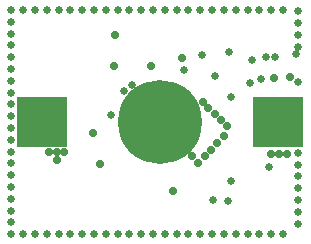
<source format=gbs>
G04*
G04 #@! TF.GenerationSoftware,Altium Limited,Altium Designer,24.8.2 (39)*
G04*
G04 Layer_Color=16711935*
%FSLAX44Y44*%
%MOMM*%
G71*
G04*
G04 #@! TF.SameCoordinates,51F5D0A7-D834-435B-83A4-D3E02903F5C0*
G04*
G04*
G04 #@! TF.FilePolarity,Negative*
G04*
G01*
G75*
%ADD18C,0.7000*%
%ADD56C,0.6588*%
%ADD65R,4.2500X4.3000*%
%ADD66C,7.1000*%
D18*
X76531Y-27107D02*
D03*
X70031D02*
D03*
X86100Y37815D02*
D03*
X13714Y-28937D02*
D03*
X-105214Y-25634D02*
D03*
X27290Y1777D02*
D03*
X8411Y-34330D02*
D03*
X3107Y-28826D02*
D03*
X83031Y-27107D02*
D03*
X-74730Y-35546D02*
D03*
X24527Y-17594D02*
D03*
X-61867Y73812D02*
D03*
X22241Y6786D02*
D03*
X-111714Y-25634D02*
D03*
X19130Y-23339D02*
D03*
X-12947Y-58270D02*
D03*
X-111714Y-32134D02*
D03*
X29978Y-11853D02*
D03*
X32741Y-3670D02*
D03*
X-118214Y-25634D02*
D03*
X-80782Y-9101D02*
D03*
X-31412Y47813D02*
D03*
X-5580Y53905D02*
D03*
X11946Y17286D02*
D03*
X-62637Y47605D02*
D03*
X16955Y12089D02*
D03*
X72582Y37362D02*
D03*
D56*
X53445Y52163D02*
D03*
X93126Y94000D02*
D03*
Y84000D02*
D03*
Y74000D02*
D03*
Y64000D02*
D03*
Y34000D02*
D03*
Y-26000D02*
D03*
Y-36000D02*
D03*
Y-46000D02*
D03*
Y-56000D02*
D03*
Y-66000D02*
D03*
Y-76000D02*
D03*
Y-86000D02*
D03*
X-150000Y-95000D02*
D03*
X-140000D02*
D03*
X-130000D02*
D03*
X-120000D02*
D03*
X-110000D02*
D03*
X-100000D02*
D03*
X-90000D02*
D03*
X-80000D02*
D03*
X-70000D02*
D03*
X-60000D02*
D03*
X-50000D02*
D03*
X-40000D02*
D03*
X-30000D02*
D03*
X-20000D02*
D03*
X-10000D02*
D03*
X0D02*
D03*
X10000D02*
D03*
X20000D02*
D03*
X30000D02*
D03*
X40000D02*
D03*
X50000D02*
D03*
X60000D02*
D03*
X70000D02*
D03*
X80000D02*
D03*
X-150000Y-85000D02*
D03*
Y-75000D02*
D03*
Y-65000D02*
D03*
Y-55000D02*
D03*
Y-45000D02*
D03*
Y-35000D02*
D03*
Y-25000D02*
D03*
Y-15000D02*
D03*
Y-5000D02*
D03*
Y5000D02*
D03*
Y15000D02*
D03*
Y25000D02*
D03*
Y35000D02*
D03*
Y45000D02*
D03*
Y55000D02*
D03*
Y65000D02*
D03*
Y75000D02*
D03*
Y85000D02*
D03*
Y95000D02*
D03*
X-140000D02*
D03*
X-130000D02*
D03*
X-120000D02*
D03*
X-110000D02*
D03*
X-100000D02*
D03*
X-90000D02*
D03*
X-80000D02*
D03*
X-70000D02*
D03*
X-60000D02*
D03*
X-50000D02*
D03*
X-40000D02*
D03*
X-30000D02*
D03*
X-20000D02*
D03*
X-10000D02*
D03*
X0D02*
D03*
X10000D02*
D03*
X20000D02*
D03*
X30000D02*
D03*
X40000D02*
D03*
X50000D02*
D03*
X60000D02*
D03*
X70000D02*
D03*
X80000D02*
D03*
X-53778Y-11688D02*
D03*
X72882Y55377D02*
D03*
X-33629Y-5240D02*
D03*
X36371Y21478D02*
D03*
X33791Y-66692D02*
D03*
X-65617Y5703D02*
D03*
X11599Y56916D02*
D03*
X36248Y-49777D02*
D03*
X61558Y36344D02*
D03*
X34232Y59652D02*
D03*
X-3960Y43818D02*
D03*
X22300Y38743D02*
D03*
X67977Y-38354D02*
D03*
X20741Y-65927D02*
D03*
X65747Y55036D02*
D03*
X-54987Y26184D02*
D03*
X51761Y33152D02*
D03*
X-48172Y31537D02*
D03*
X91007Y57384D02*
D03*
D65*
X-124000Y0D02*
D03*
X76000D02*
D03*
D66*
X-24000D02*
D03*
M02*

</source>
